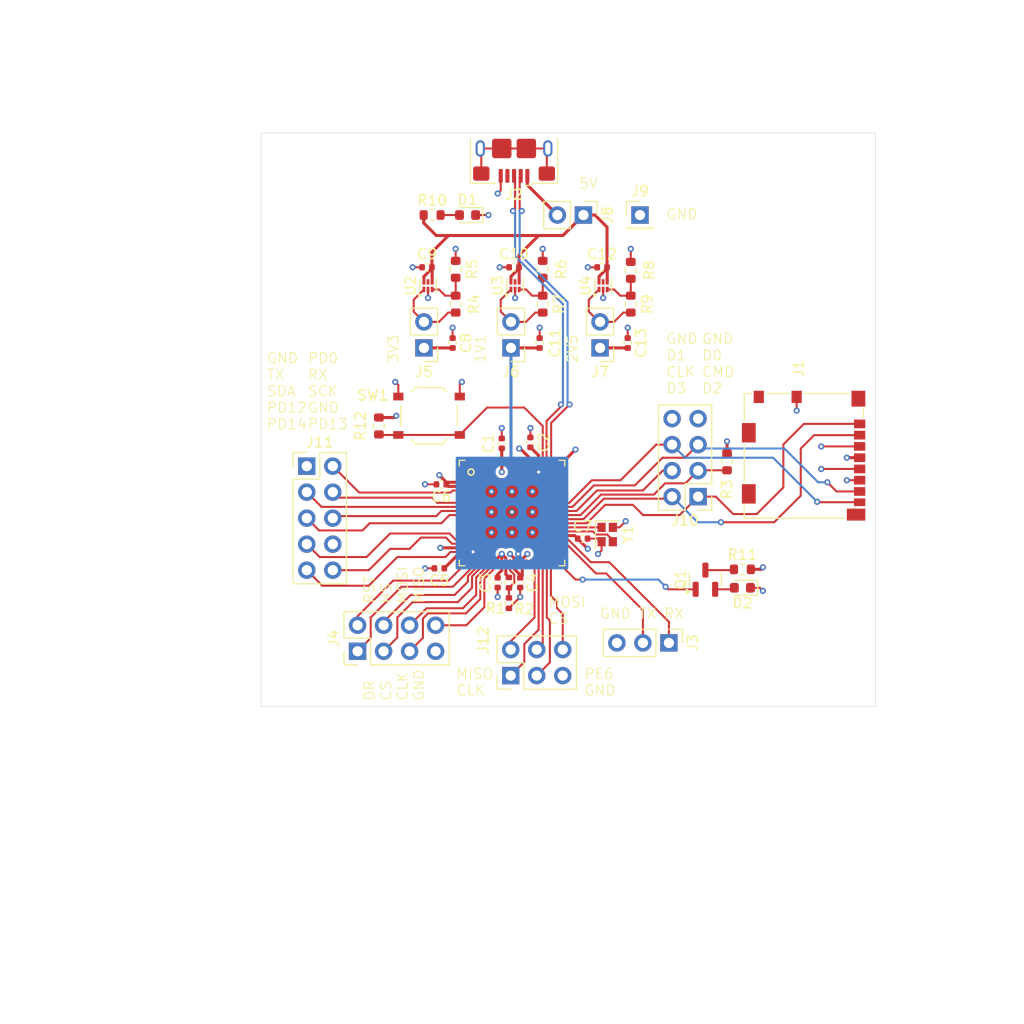
<source format=kicad_pcb>
(kicad_pcb (version 20240108) (generator "pcbnew") (generator_version "8.0")
  (layers (0 "F.Cu" signal) (1 "In1.Cu" signal) (2 "In2.Cu" signal) (31 "B.Cu" signal) (34 "B.Paste" user) (35 "F.Paste" user) (36 "B.SilkS" user "B.Silkscreen") (37 "F.SilkS" user "F.Silkscreen") (38 "B.Mask" user) (39 "F.Mask" user) (44 "Edge.Cuts" user))
  (net 0 "")
  (net 1 "GND")
  (net 2 "+2V5")
  (net 3 "+1V1")
  (net 4 "+3V3")
  (net 5 "Net-(J5-Pin_2)")
  (net 6 "+5V")
  (net 7 "Net-(J6-Pin_2)")
  (net 8 "Net-(J7-Pin_2)")
  (net 9 "Net-(D1-A)")
  (net 10 "Net-(D2-A)")
  (net 11 "/SDC0_CLK")
  (net 12 "/SDC0_CMD")
  (net 13 "/SDC0_D3")
  (net 14 "/SDC0_D1")
  (net 15 "/SDC0_D0")
  (net 16 "/SDC0_D2")
  (net 17 "/D-")
  (net 18 "/D+")
  (net 19 "Net-(J2-VBUS)")
  (net 21 "/UART0_TX")
  (net 22 "/UART0_RX")
  (net 23 "/ESP_DR")
  (net 24 "/SPI0_CLK")
  (net 25 "/SPI0_CS")
  (net 26 "/SPI0_MISO")
  (net 27 "/ESP_HS")
  (net 28 "/SPI0_MOSI")
  (net 29 "/ESP_RST")
  (net 30 "/Heartbeat")
  (net 31 "Net-(Q1-D)")
  (net 32 "Net-(U1B-SVREF)")
  (net 33 "Net-(U2-ADJ)")
  (net 34 "Net-(U3-ADJ)")
  (net 35 "Net-(U4-ADJ)")
  (net 36 "/~{RST}")
  (net 37 "/UART1_TX")
  (net 38 "/I2C0_SDA")
  (net 39 "/DA_LRCK")
  (net 41 "/HOSCI")
  (net 42 "/DA_OUT")
  (net 43 "/PD14")
  (net 44 "/PD0")
  (net 46 "/SDC1_CMD")
  (net 49 "/I2C1_SDA")
  (net 50 "/I2C0_SCK")
  (net 51 "/I2C1_SCK")
  (net 54 "/PE2")
  (net 57 "/DA_MCLK")
  (net 58 "/UART1_CTS")
  (net 59 "/LRADC0")
  (net 60 "/SDC1_D0")
  (net 61 "/PC3")
  (net 62 "/PD13")
  (net 63 "/SPI1_CLK")
  (net 65 "/UART1_RX")
  (net 66 "/SPI1_MISO")
  (net 67 "/PD12")
  (net 72 "/SCD1_CLK")
  (net 73 "/PE4")
  (net 74 "/PE6")
  (net 76 "/PE3")
  (net 79 "/DA_IN")
  (net 80 "/DA_BCLK")
  (net 82 "/UART1_RTS")
  (net 83 "/SPI1_MOSI")
  (net 85 "/SPI1_CS")
  (net 86 "/HOSCO")
  (footprint "Capacitor_SMD:C_0402_1005Metric" (layer "F.Cu") (at 141.7 76.1 180)
    (property "Reference" "C9")
    (property "Value" "1uF")
  )
  (footprint "Resistor_SMD:R_0603_1608Metric" (layer "F.Cu") (at 144.5 76.3 90)
    (property "Reference" "R5")
    (property "Value" "1.8k")
  )
  (footprint "Capacitor_SMD:C_0402_1005Metric" (layer "F.Cu") (at 149 93.3 90)
    (property "Reference" "C1")
    (property "Value" "10uF")
  )
  (footprint "Connector_PinHeader_2.54mm:PinHeader_1x02_P2.54mm_Vertical" (layer "F.Cu") (at 141.4 83.975 180)
    (property "Reference" "J5")
    (property "Value" "Jumper")
  )
  (footprint "Crystal:Crystal_SMD_2016-4Pin_2.0x1.6mm" (layer "F.Cu") (at 159.3 102.2 -90)
    (property "Reference" "Y1")
    (property "Value" "XRCGB24M000F0G00R0")
  )
  (footprint "Capacitor_SMD:C_0402_1005Metric" (layer "F.Cu") (at 156.9 102.6)
    (property "Reference" "C7")
    (property "Value" "1uF")
  )
  (footprint "Capacitor_SMD:C_0402_1005Metric" (layer "F.Cu") (at 148.6 106.9 -90)
    (property "Reference" "C3")
    (property "Value" "10uF")
  )
  (footprint "Capacitor_SMD:C_0402_1005Metric" (layer "F.Cu") (at 150.8 106.9 -90)
    (property "Reference" "C4")
    (property "Value" "1uF")
  )
  (footprint "LED_SMD:LED_0603_1608Metric" (layer "F.Cu") (at 145.66 71 180)
    (property "Reference" "D1")
    (property "Value" "Yellow")
  )
  (footprint "Resistor_SMD:R_0603_1608Metric" (layer "F.Cu") (at 153 79.7 90)
    (property "Reference" "R7")
    (property "Value" "2.2k")
  )
  (footprint "Connector_USB:USB_Micro-B_Amphenol_10118193-0001LF_Horizontal" (layer "F.Cu") (at 150.2 64.5 180)
    (property "Reference" "J2")
    (property "Value" "USB_B_Micro")
  )
  (footprint "Capacitor_SMD:C_0402_1005Metric" (layer "F.Cu") (at 161.3 83.5 90)
    (property "Reference" "C13")
    (property "Value" "1uF")
  )
  (footprint "Connector_PinHeader_2.54mm:PinHeader_2x04_P2.54mm_Vertical" (layer "F.Cu") (at 168.175 98.5 180)
    (property "Reference" "J10")
    (property "Value" "Conn_01x07")
  )
  (footprint "Capacitor_SMD:C_0402_1005Metric" (layer "F.Cu") (at 151.8 93.2 90)
    (property "Reference" "C2")
    (property "Value" "1uF")
  )
  (footprint "Capacitor_SMD:C_0402_1005Metric" (layer "F.Cu") (at 144.2 83.5 90)
    (property "Reference" "C8")
    (property "Value" "1uF")
  )
  (footprint "Connector_PinHeader_2.54mm:PinHeader_1x02_P2.54mm_Vertical" (layer "F.Cu") (at 149.9 83.975 180)
    (property "Reference" "J6")
    (property "Value" "Jumper")
  )
  (footprint "Resistor_SMD:R_0603_1608Metric" (layer "F.Cu") (at 161.6 76.4 90)
    (property "Reference" "R8")
    (property "Value" "3.6k")
  )
  (footprint "Connector_PinHeader_2.54mm:PinHeader_2x05_P2.54mm_Vertical" (layer "F.Cu") (at 129.96 95.52)
    (property "Reference" "J11")
    (property "Value" "Conn_02x05_Odd_Even")
  )
  (footprint "Package_DFN_QFN:DFN-6_1.3x1.2mm_P0.4mm" (layer "F.Cu") (at 150.3 77.9 90)
    (property "Reference" "U3")
    (property "Value" "LDK130PU-R")
  )
  (footprint "Connector_PinHeader_2.54mm:PinHeader_2x03_P2.54mm_Vertical" (layer "F.Cu") (at 149.875 115.975 90)
    (property "Reference" "J12")
    (property "Value" "Conn_02x03_Odd_Even")
  )
  (footprint "Resistor_SMD:R_0603_1608Metric" (layer "F.Cu") (at 137 91.6 -90)
    (property "Reference" "R12")
    (property "Value" "10K")
  )
  (footprint "Connector_PinHeader_2.54mm:PinHeader_1x02_P2.54mm_Vertical" (layer "F.Cu") (at 156.975 71 -90)
    (property "Reference" "J8")
    (property "Value" "Jumper")
  )
  (footprint "Connector_PinHeader_2.54mm:PinHeader_2x04_P2.54mm_Vertical" (layer "F.Cu") (at 134.92 113.6 90)
    (property "Reference" "J4")
    (property "Value" "Conn_01x07")
  )
  (footprint "Connector_Card:microSD_HC_Molex_104031-0811" (layer "F.Cu") (at 178.5 94.5 -90)
    (property "Reference" "J1")
    (property "Value" "Micro_SD_Card")
  )
  (footprint "Connector_PinHeader_2.54mm:PinHeader_1x03_P2.54mm_Vertical" (layer "F.Cu") (at 165.325 112.785 -90)
    (property "Reference" "J3")
    (property "Value" "Conn_01x03")
  )
  (footprint "Resistor_SMD:R_0603_1608Metric" (layer "F.Cu") (at 142.2 71)
    (property "Reference" "R10")
    (property "Value" "510")
  )
  (footprint "Capacitor_SMD:C_0402_1005Metric" (layer "F.Cu") (at 158.8 76.1 180)
    (property "Reference" "C12")
    (property "Value" "1uF")
  )
  (footprint "Resistor_SMD:R_0603_1608Metric" (layer "F.Cu") (at 161.6 79.7 90)
    (property "Reference" "R9")
    (property "Value" "8.2k")
  )
  (footprint "Capacitor_SMD:C_0402_1005Metric" (layer "F.Cu") (at 150.2 76.1 180)
    (property "Reference" "C10")
    (property "Value" "1uF")
  )
  (footprint "Package_TO_SOT_SMD:SOT-23" (layer "F.Cu") (at 168.8875 106.6125 90)
    (property "Reference" "Q1")
    (property "Value" "2N7002")
  )
  (footprint "Resistor_SMD:R_0402_1005Metric" (layer "F.Cu") (at 149.7 108.9 -90)
    (property "Reference" "R2")
    (property "Value" "4.7k")
  )
  (footprint "Capacitor_SMD:C_0402_1005Metric" (layer "F.Cu") (at 143.1 97.3 180)
    (property "Reference" "C6")
    (property "Value" "10uF")
  )
  (footprint "Package_DFN_QFN:DFN-6_1.3x1.2mm_P0.4mm" (layer "F.Cu") (at 158.9 77.9 90)
    (property "Reference" "U4")
    (property "Value" "LDK130PU-R")
  )
  (footprint "f1c200s:QFN-88_EP_10x10_Pitch0.4mm" (layer "F.Cu") (at 150 100.1)
    (property "Reference" "U1" (hide yes))
    (property "Value" "F1C100s")
  )
  (footprint "Capacitor_SMD:C_0402_1005Metric" (layer "F.Cu") (at 152.7 83.5 90)
    (property "Reference" "C11")
    (property "Value" "1uF")
  )
  (footprint "Connector_PinHeader_2.54mm:PinHeader_1x02_P2.54mm_Vertical" (layer "F.Cu") (at 158.6 83.975 180)
    (property "Reference" "J7")
    (property "Value" "Jumper")
  )
  (footprint "Resistor_SMD:R_0603_1608Metric" (layer "F.Cu") (at 172.5 105.6)
    (property "Reference" "R11")
    (property "Value" "510")
  )
  (footprint "Resistor_SMD:R_0402_1005Metric" (layer "F.Cu") (at 149.7 106.9 -90)
    (property "Reference" "R1")
    (property "Value" "4.7k")
  )
  (footprint "Resistor_SMD:R_0603_1608Metric" (layer "F.Cu") (at 144.5 79.7 90)
    (property "Reference" "R4")
    (property "Value" "5.6k")
  )
  (footprint "Package_DFN_QFN:DFN-6_1.3x1.2mm_P0.4mm" (layer "F.Cu") (at 141.8 77.9 90)
    (property "Reference" "U2")
    (property "Value" "LDK130PU-R")
  )
  (footprint "Capacitor_SMD:C_0402_1005Metric" (layer "F.Cu") (at 142.9 105.5 180)
    (property "Reference" "C5")
    (property "Value" "10uF")
  )
  (footprint "Resistor_SMD:R_0603_1608Metric" (layer "F.Cu") (at 153 76.3 90)
    (property "Reference" "R6")
    (property "Value" "5.6k")
  )
  (footprint "Connector_PinHeader_2.54mm:PinHeader_1x01_P2.54mm_Vertical" (layer "F.Cu") (at 162.5 71)
    (property "Reference" "J9")
    (property "Value" "Conn_01x01")
  )
  (footprint "LED_SMD:LED_0603_1608Metric" (layer "F.Cu") (at 172.5 107.4 180)
    (property "Reference" "D2")
    (property "Value" "Yellow")
  )
  (footprint "Resistor_SMD:R_0603_1608Metric" (layer "F.Cu") (at 171 95.1 -90)
    (property "Reference" "R3")
    (property "Value" "10K")
  )
  (footprint "Button_Switch_SMD:SW_Push_1P1T_XKB_TS-1187A" (layer "F.Cu") (at 141.9 90.6)
    (property "Reference" "SW1")
    (property "Value" "SW_Push")
  )
  (gr_rect (start 125.5 63) (end 185.5 119) (stroke (width 0.05)) (fill none) (layer "Edge.Cuts"))
  (gr_text "5V" (at 156.5 68.5 0) (layer "F.SilkS") (effects (font (size 1 1) (thickness 0.1)) (justify left bottom)))
  (gr_text "PD0\nRX\nSCK\nGND\nPD13" (at 130 92 0) (layer "F.SilkS") (effects (font (size 1 1) (thickness 0.1)) (justify left bottom)))
  (gr_text "3V3" (at 139 85.5 90) (layer "F.SilkS") (effects (font (size 1 1) (thickness 0.1)) (justify left bottom)))
  (gr_text "GND\nD1\nCLK\nD3" (at 165 88.5 0) (layer "F.SilkS") (effects (font (size 1 1) (thickness 0.1)) (justify left bottom)))
  (gr_text "GND TX RX" (at 158.5 110.5 0) (layer "F.SilkS") (effects (font (size 1 1) (thickness 0.1)) (justify left bottom)))
  (gr_text "GND" (at 165 71.5 0) (layer "F.SilkS") (effects (font (size 1 1) (thickness 0.1)) (justify left bottom)))
  (gr_text "1V1" (at 147.5 85.5 90) (layer "F.SilkS") (effects (font (size 1 1) (thickness 0.1)) (justify left bottom)))
  (gr_text "MISO\nCLK" (at 144.5 118 0) (layer "F.SilkS") (effects (font (size 1 1) (thickness 0.1)) (justify left bottom)))
  (gr_text "RST\nHS\nMOSI\nMISO" (at 141.5 109 90) (layer "F.SilkS") (effects (font (size 1 1) (thickness 0.1)) (justify left bottom)))
  (gr_text "GND\nTX\nSDA\nPD12\nPD14" (at 126 92 0) (layer "F.SilkS") (effects (font (size 1 1) (thickness 0.1)) (justify left bottom)))
  (gr_text "2V5" (at 156.5 85.5 90) (layer "F.SilkS") (effects (font (size 1 1) (thickness 0.1)) (justify left bottom)))
  (gr_text "MOSI\nCS" (at 153.5 111 0) (layer "F.SilkS") (effects (font (size 1 1) (thickness 0.1)) (justify left bottom)))
  (gr_text "DR\nCS\nCLK\nGND" (at 141.5 118.5 90) (layer "F.SilkS") (effects (font (size 1 1) (thickness 0.1)) (justify left bottom)))
  (gr_text "PE6\nGND" (at 157 118 0) (layer "F.SilkS") (effects (font (size 1 1) (thickness 0.1)) (justify left bottom)))
  (gr_text "GND\nD0\nCMD\nD2" (at 168.5 88.5 0) (layer "F.SilkS") (effects (font (size 1 1) (thickness 0.1)) (justify left bottom)))
  (segment (start 173.2875 107.4) (end 174.2 107.4) (width 0.2) (layer "F.Cu") (net 1))
  (segment (start 150.3 79.1) (end 150.3 78.268) (width 0.2) (layer "F.Cu") (net 1))
  (segment (start 149.72 76.1) (end 148.8 76.1) (width 0.2) (layer "F.Cu") (net 1))
  (segment (start 158.9 79.1) (end 158.9 78.268) (width 0.2) (layer "F.Cu") (net 1))
  (segment (start 148.2 95.2) (end 148.2 97.8) (width 0.2) (layer "F.Cu") (net 1))
  (segment (start 144.5 75.475) (end 144.5 74.3) (width 0.2) (layer "F.Cu") (net 1))
  (segment (start 150.1 100) (end 150 100) (width 0.2) (layer "F.Cu") (net 1))
  (segment (start 153.4 66.95) (end 153.4 64.6) (width 0.2) (layer "F.Cu") (net 1))
  (segment (start 151.8 91.8) (end 151.8 92.72) (width 0.2) (layer "F.Cu") (net 1))
  (segment (start 151.4 64.5) (end 153.5 64.5) (width 0.2) (layer "F.Cu") (net 1))
  (segment (start 144.9 88.725) (end 144.9 87.5) (width 0.2) (layer "F.Cu") (net 1))
  (segment (start 152.7 83.02) (end 152.7 82) (width 0.2) (layer "F.Cu") (net 1))
  (segment (start 148.6 107.38) (end 148.6 108.3) (width 0.2) (layer "F.Cu") (net 1))
  (segment (start 153 75.475) (end 153 74.3) (width 0.2) (layer "F.Cu") (net 1))
  (segment (start 153.4 64.6) (end 153.5 64.5) (width 0.2) (layer "F.Cu") (net 1))
  (segment (start 148.6 107.38) (end 148.6 107.4) (width 0.2) (layer "F.Cu") (net 1))
  (segment (start 174.2 107.4) (end 174.5 107.7) (width 0.2) (layer "F.Cu") (net 1))
  (segment (start 149 91.8) (end 149 92.82) (width 0.2) (layer "F.Cu") (net 1))
  (segment (start 158.45 102.6) (end 158.75 102.9) (width 0.2) (layer "F.Cu") (net 1))
  (segment (start 148.2 98.3) (end 150 100.1) (width 0.2) (layer "F.Cu") (net 1))
  (segment (start 158.75 103.75) (end 158.4 104.1) (width 0.2) (layer "F.Cu") (net 1))
  (segment (start 147 64.6) (end 146.9 64.5) (width 0.2) (layer "F.Cu") (net 1))
  (segment (start 182.705 96.895) (end 182.7 96.9) (width 0.2) (layer "F.Cu") (net 1))
  (segment (start 141.5 97.3) (end 142.62 97.3) (width 0.2) (layer "F.Cu") (net 1))
  (segment (start 148 98) (end 148.2 98.2) (width 0.2) (layer "F.Cu") (net 1))
  (segment (start 144.9 87.5) (end 145.1 87.3) (width 0.2) (layer "F.Cu") (net 1))
  (segment (start 183.95 96.895) (end 182.705 96.895) (width 0.2) (layer "F.Cu") (net 1))
  (segment (start 141.22 76.1) (end 140.3 76.1) (width 0.2) (layer "F.Cu") (net 1))
  (segment (start 141.5 105.5) (end 142.42 105.5) (width 0.2) (layer "F.Cu") (net 1))
  (segment (start 149.7 109.41) (end 149.7 109.4) (width 0.2) (layer "F.Cu") (net 1))
  (segment (start 151.4 95.2) (end 151.4 98.7) (width 0.2) (layer "F.Cu") (net 1))
  (segment (start 138.9 87.6) (end 138.6 87.3) (width 0.2) (layer "F.Cu") (net 1))
  (segment (start 161.6 75.475) (end 161.6 74.3) (width 0.2) (layer "F.Cu") (net 1))
  (segment (start 158.32 76.1) (end 157.4 76.1) (width 0.2) (layer "F.Cu") (net 1))
  (segment (start 149 64.5) (end 146.9 64.5) (width 0.2) (layer "F.Cu") (net 1))
  (segment (start 141.8 79.1) (end 141.8 78.268) (width 0.2) (layer "F.Cu") (net 1))
  (segment (start 148.9 67.175) (end 148.9 68.6) (width 0.2) (layer "F.Cu") (net 1))
  (segment (start 148.2 98.2) (end 148.2 98.3) (width 0.2) (layer "F.Cu") (net 1))
  (segment (start 147 66.95) (end 147 64.6) (width 0.2) (layer "F.Cu") (net 1))
  (segment (start 148.2 97.8) (end 148 98) (width 0.2) (layer "F.Cu") (net 1))
  (segment (start 157.38 102.6) (end 158.45 102.6) (width 0.2) (layer "F.Cu") (net 1))
  (segment (start 161.3 83.02) (end 161.3 82) (width 0.2) (layer "F.Cu") (net 1))
  (segment (start 158.75 102.9) (end 158.75 103.75) (width 0.2) (layer "F.Cu") (net 1))
  (segment (start 138.9 88.725) (end 138.9 87.6) (width 0.2) (layer "F.Cu") (net 1))
  (segment (start 148.9 68.6) (end 148.6 68.9) (width 0.2) (layer "F.Cu") (net 1))
  (segment (start 150 100.1) (end 150 100.1) (width 0.2) (layer "F.Cu") (net 1))
  (segment (start 150.8 107.38) (end 150.8 108.3) (width 0.2) (layer "F.Cu") (net 1))
  (segment (start 159.85 101.5) (end 160.5 101.5) (width 0.2) (layer "F.Cu") (net 1))
  (segment (start 150 100) (end 150 100.1) (width 0.2) (layer "F.Cu") (net 1))
  (segment (start 177.8 88.76) (end 177.8 90.1) (width 0.2) (layer "F.Cu") (net 1))
  (segment (start 149.7 109.4) (end 150.8 108.3) (width 0.2) (layer "F.Cu") (net 1))
  (segment (start 144.2 83.02) (end 144.2 82) (width 0.2) (layer "F.Cu") (net 1))
  (segment (start 151.4 98.7) (end 150.1 100) (width 0.2) (layer "F.Cu") (net 1))
  (segment (start 146.4475 71) (end 147.7 71) (width 0.2) (layer "F.Cu") (net 1))
  (segment (start 151.4 64.5) (end 149 64.5) (width 0.2) (layer "F.Cu") (net 1))
  (segment (start 160.5 101.5) (end 161.1 100.9) (width 0.2) (layer "F.Cu") (net 1))
  (via (at 144.5 74.3) (size 0.6) (drill 0.3) (layers "F.Cu" "B.Cu") (net 1))
  (via (at 152 98) (size 0.6) (drill 0.3) (layers "F.Cu" "B.Cu") (net 1))
  (via (at 148.6 108.3) (size 0.6) (drill 0.3) (layers "F.Cu" "B.Cu") (net 1))
  (via (at 157.4 76.1) (size 0.6) (drill 0.3) (layers "F.Cu" "B.Cu") (net 1))
  (via (at 150 98) (size 0.6) (drill 0.3) (layers "F.Cu" "B.Cu") (net 1))
  (via (at 140.3 76.1) (size 0.6) (drill 0.3) (layers "F.Cu" "B.Cu") (net 1))
  (via (at 150 100) (size 0.6) (drill 0.3) (layers "F.Cu" "B.Cu") (net 1))
  (via (at 151.8 91.8) (size 0.6) (drill 0.3) (layers "F.Cu" "B.Cu") (net 1))
  (via (at 152 102) (size 0.6) (drill 0.3) (layers "F.Cu" "B.Cu") (net 1))
  (via (at 150.8 108.3) (size 0.6) (drill 0.3) (layers "F.Cu" "B.Cu") (net 1))
  (via (at 152.7 82) (size 0.6) (drill 0.3) (layers "F.Cu" "B.Cu") (net 1))
  (via (at 150.3 79.1) (size 0.6) (drill 0.3) (layers "F.Cu" "B.Cu") (net 1))
  (via (at 152 100) (size 0.6) (drill 0.3) (layers "F.Cu" "B.Cu") (net 1))
  (via (at 149 91.8) (size 0.6) (drill 0.3) (layers "F.Cu" "B.Cu") (net 1))
  (via (at 148 102) (size 0.6) (drill 0.3) (layers "F.Cu" "B.Cu") (net 1))
  (via (at 148.8 76.1) (size 0.6) (drill 0.3) (layers "F.Cu" "B.Cu") (net 1))
  (via (at 158.9 79.1) (size 0.6) (drill 0.3) (layers "F.Cu" "B.Cu") (net 1))
  (via (at 161.3 82) (size 0.6) (drill 0.3) (layers "F.Cu" "B.Cu") (net 1))
  (via (at 177.8 90.1) (size 0.6) (drill 0.3) (layers "F.Cu" "B.Cu") (net 1))
  (via (at 148 100) (size 0.6) (drill 0.3) (layers "F.Cu" "B.Cu") (net 1))
  (via (at 138.6 87.3) (size 0.6) (drill 0.3) (layers "F.Cu" "B.Cu") (net 1))
  (via (at 147.7 71) (size 0.6) (drill 0.3) (layers "F.Cu" "B.Cu") (net 1))
  (via (at 174.5 107.7) (size 0.6) (drill 0.3) (layers "F.Cu" "B.Cu") (net 1))
  (via (at 145.1 87.3) (size 0.6) (drill 0.3) (layers "F.Cu" "B.Cu") (net 1))
  (via (at 182.7 96.9) (size 0.6) (drill 0.3) (layers "F.Cu" "B.Cu") (net 1))
  (via (at 158.4 104.1) (size 0.6) (drill 0.3) (layers "F.Cu" "B.Cu") (net 1))
  (via (at 144.2 82) (size 0.6) (drill 0.3) (layers "F.Cu" "B.Cu") (net 1))
  (via (at 141.5 105.5) (size 0.6) (drill 0.3) (layers "F.Cu" "B.Cu") (net 1))
  (via (at 148.6 68.9) (size 0.6) (drill 0.3) (layers "F.Cu" "B.Cu") (net 1))
  (via (at 161.6 74.3) (size 0.6) (drill 0.3) (layers "F.Cu" "B.Cu") (net 1))
  (via (at 153 74.3) (size 0.6) (drill 0.3) (layers "F.Cu" "B.Cu") (net 1))
  (via (at 148 98) (size 0.6) (drill 0.3) (layers "F.Cu" "B.Cu") (net 1))
  (via (at 161.1 100.9) (size 0.6) (drill 0.3) (layers "F.Cu" "B.Cu") (net 1))
  (via (at 141.5 97.3) (size 0.6) (drill 0.3) (layers "F.Cu" "B.Cu") (net 1))
  (via (at 150 102) (size 0.6) (drill 0.3) (layers "F.Cu" "B.Cu") (net 1))
  (via (at 141.8 79.1) (size 0.6) (drill 0.3) (layers "F.Cu" "B.Cu") (net 1))
  (segment (start 148.6 106.42) (end 148.6 106.1) (width 0.3) (layer "F.Cu") (net 2))
  (segment (start 150.2 104.5) (end 149.8 104.1) (width 0.3) (layer "F.Cu") (net 2))
  (segment (start 151 105) (end 151 104.6) (width 0.3) (layer "F.Cu") (net 2))
  (segment (start 149 95.2) (end 149 96.1) (width 0.3) (layer "F.Cu") (net 2))
  (segment (start 151 105) (end 151 106.22) (width 0.3) (layer "F.Cu") (net 2))
  (segment (start 150.2 105.540001) (end 150.8 106.140001) (width 0.3) (layer "F.Cu") (net 2))
  (segment (start 149.4 105) (end 149.4 104.5) (width 0.3) (layer "F.Cu") (net 2))
  (segment (start 149.7 106.39) (end 149.4 106.09) (width 0.3) (layer "F.Cu") (net 2))
  (segment (start 149 105) (end 149 104.1) (width 0.3) (layer "F.Cu") (net 2))
  (segment (start 149 105.7) (end 149 105) (width 0.3) (layer "F.Cu") (net 2))
  (segment (start 150.2 105) (end 150.2 105.540001) (width 0.3) (layer "F.Cu") (net 2))
  (segment (start 150.8 106.140001) (end 150.8 106.42) (width 0.3) (layer "F.Cu") (net 2))
  (segment (start 151 106.22) (end 150.8 106.42) (width 0.3) (layer "F.Cu") (net 2))
  (segment (start 150.2 105) (end 150.2 104.5) (width 0.3) (layer "F.Cu") (net 2))
  (segment (start 149.4 106.09) (end 149.4 105) (width 0.3) (layer "F.Cu") (net 2))
  (segment (start 161.295 83.975) (end 161.3 83.98) (width 0.3) (layer "F.Cu") (net 2))
  (segment (start 148.6 106.1) (end 149 105.7) (width 0.3) (layer "F.Cu") (net 2))
  (segment (start 151 104.6) (end 151.5 104.1) (width 0.3) (layer "F.Cu") (net 2))
  (segment (start 158.5 83.975) (end 161.295 83.975) (width 0.3) (layer "F.Cu") (net 2))
  (segment (start 149.4 104.5) (end 149 104.1) (width 0.3) (layer "F.Cu") (net 2))
  (segment (start 148.6 104.5) (end 149 104.1) (width 0.3) (layer "F.Cu") (net 2))
  (segment (start 149 95.2) (end 149 93.78) (width 0.3) (layer "F.Cu") (net 2))
  (segment (start 148.6 105) (end 148.6 104.5) (width 0.3) (layer "F.Cu") (net 2))
  (via (at 149.8 104.1) (size 0.6) (drill 0.3) (layers "F.Cu" "B.Cu") (net 2))
  (via (at 149 96.1) (size 0.6) (drill 0.3) (layers "F.Cu" "B.Cu") (net 2))
  (via (at 149 104.1) (size 0.6) (drill 0.3) (layers "F.Cu" "B.Cu") (net 2))
  (via (at 151.5 104.1) (size 0.6) (drill 0.3) (layers "F.Cu" "B.Cu") (net 2))
  (segment (start 145.1 104.3) (end 145.8 104.3) (width 0.3) (layer "F.Cu") (net 3))
  (segment (start 150.6 105) (end 150.6 104.1) (width 0.3) (layer "F.Cu") (net 3))
  (segment (start 152.6 95.2) (end 152.6 96.1) (width 0.3) (layer "F.Cu") (net 3))
  (segment (start 149.9 83.975) (end 152.695 83.975) (width 0.3) (layer "F.Cu") (net 3))
  (segment (start 145.8 104.3) (end 146.2 103.9) (width 0.3) (layer "F.Cu") (net 3))
  (segment (start 145.1 104.3) (end 144.58 104.3) (width 0.3) (layer "F.Cu") (net 3))
  (segment (start 152.6 95.2) (end 152.6 94.48) (width 0.3) (layer "F.Cu") (net 3))
  (segment (start 144.58 104.3) (end 143.38 105.5) (width 0.3) (layer "F.Cu") (net 3))
  (segment (start 152.695 83.975) (end 152.7 83.98) (width 0.3) (layer "F.Cu") (net 3))
  (segment (start 152.6 94.48) (end 151.8 93.68) (width 0.3) (layer "F.Cu") (net 3))
  (via (at 146.2 103.9) (size 0.6) (drill 0.3) (layers "F.Cu" "B.Cu") (net 3))
  (via (at 152.6 96.1) (size 0.6) (drill 0.3) (layers "F.Cu" "B.Cu") (net 3))
  (via (at 150.6 104.1) (size 0.6) (drill 0.3) (layers "F.Cu" "B.Cu") (net 3))
  (segment (start 149.9 94.8) (end 150.4 95.3) (width 0.3) (layer "B.Cu") (net 3))
  (segment (start 149.9 83.975) (end 149.9 94.8) (width 0.3) (layer "B.Cu") (net 3))
  (segment (start 173.325 105.6) (end 174.3 105.6) (width 0.3) (layer "F.Cu") (net 4))
  (segment (start 156.12 102.3) (end 156.42 102.6) (width 0.3) (layer "F.Cu") (net 4))
  (segment (start 150.794975 93.8) (end 151.8 94.805025) (width 0.3) (layer "F.Cu") (net 4))
  (segment (start 141.4 83.975) (end 144.195 83.975) (width 0.3) (layer "F.Cu") (net 4))
  (segment (start 138.525 90.775) (end 138.7 90.6) (width 0.3) (layer "F.Cu") (net 4))
  (segment (start 143.58 97.3) (end 143.58 97.08) (width 0.3) (layer "F.Cu") (net 4))
  (segment (start 154.2 95.2) (end 154.9 95.2) (width 0.3) (layer "F.Cu") (net 4))
  (segment (start 156.42 102.6) (end 156.42 102.62) (width 0.3) (layer "F.Cu") (net 4))
  (segment (start 151.8 94.805025) (end 151.8 95.2) (width 0.3) (layer "F.Cu") (net 4))
  (segment (start 171 94.275) (end 171 93.1) (width 0.3) (layer "F.Cu") (net 4))
  (segment (start 144.195 83.975) (end 144.2 83.98) (width 0.3) (layer "F.Cu") (net 4))
  (segment (start 143.58 97.08) (end 142.9 96.4) (width 0.3) (layer "F.Cu") (net 4))
  (segment (start 174.3 105.6) (end 174.5 105.4) (width 0.3) (layer "F.Cu") (net 4))
  (segment (start 183.95 94.695) (end 182.705 94.695) (width 0.3) (layer "F.Cu") (net 4))
  (segment (start 145.1 97.1) (end 143.78 97.1) (width 0.3) (layer "F.Cu") (net 4))
  (segment (start 156.42 102.62) (end 157.4 103.6) (width 0.3) (layer "F.Cu") (net 4))
  (segment (start 143.78 97.5) (end 143.58 97.3) (width 0.3) (layer "F.Cu") (net 4))
  (segment (start 143.78 97.1) (end 143.58 97.3) (width 0.3) (layer "F.Cu") (net 4))
  (segment (start 137 90.775) (end 138.525 90.775) (width 0.3) (layer "F.Cu") (net 4))
  (segment (start 143 103.5) (end 145.1 103.5) (width 0.3) (layer "F.Cu") (net 4))
  (segment (start 154.9 95.2) (end 156.2 93.9) (width 0.3) (layer "F.Cu") (net 4))
  (segment (start 182.705 94.695) (end 182.7 94.7) (width 0.3) (layer "F.Cu") (net 4))
  (segment (start 150.7 93.8) (end 150.794975 93.8) (width 0.3) (layer "F.Cu") (net 4))
  (segment (start 145.1 97.5) (end 143.78 97.5) (width 0.3) (layer "F.Cu") (net 4))
  (segment (start 154.9 102.3) (end 156.12 102.3) (width 0.3) (layer "F.Cu") (net 4))
  (via (at 171 93.1) (size 0.6) (drill 0.3) (layers "F.Cu" "B.Cu") (net 4))
  (via (at 150.7 93.8) (size 0.6) (drill 0.3) (layers "F.Cu" "B.Cu") (net 4))
  (via (at 157.4 103.6) (size 0.6) (drill 0.3) (layers "F.Cu" "B.Cu") (net 4))
  (via (at 182.7 94.7) (size 0.6) (drill 0.3) (layers "F.Cu" "B.Cu") (net 4))
  (via (at 138.7 90.6) (size 0.6) (drill 0.3) (layers "F.Cu" "B.Cu") (net 4))
  (via (at 174.5 105.4) (size 0.6) (drill 0.3) (layers "F.Cu" "B.Cu") (net 4))
  (via (at 156.2 93.9) (size 0.6) (drill 0.3) (layers "F.Cu" "B.Cu") (net 4))
  (via (at 142.9 96.4) (size 0.6) (drill 0.3) (layers "F.Cu" "B.Cu") (net 4))
  (via (at 143 103.5) (size 0.6) (drill 0.3) (layers "F.Cu" "B.Cu") (net 4))
  (segment (start 141.4 78.268) (end 140.4 79.268) (width 0.2) (layer "F.Cu") (net 5))
  (segment (start 141.4 81.435) (end 142.865 81.435) (width 0.2) (layer "F.Cu") (net 5))
  (segment (start 140.4 79.268) (end 140.4 80.435) (width 0.2) (layer "F.Cu") (net 5))
  (segment (start 143.775 80.525) (end 144.5 80.525) (width 0.2) (layer "F.Cu") (net 5))
  (segment (start 142.865 81.435) (end 143.775 80.525) (width 0.2) (layer "F.Cu") (net 5))
  (segment (start 140.4 80.435) (end 141.4 81.435) (width 0.2) (layer "F.Cu") (net 5))
  (segment (start 149.9 77) (end 150.68 76.22) (width 0.3) (layer "F.Cu") (net 6))
  (segment (start 158.1 71) (end 159.28 72.18) (width 0.3) (layer "F.Cu") (net 6))
  (segment (start 150.68 74.92) (end 150.68 76.1) (width 0.3) (layer "F.Cu") (net 6))
  (segment (start 141.4 77) (end 142.18 76.22) (width 0.3) (layer "F.Cu") (net 6))
  (segment (start 150.7 76.12) (end 150.68 76.1) (width 0.3) (layer "F.Cu") (net 6))
  (segment (start 159.28 76.22) (end 159.28 76.1) (width 0.3) (layer "F.Cu") (net 6))
  (segment (start 150.7 77.532) (end 150.7 76.12) (width 0.3) (layer "F.Cu") (net 6))
  (segment (start 142.2 76.12) (end 142.18 76.1) (width 0.3) (layer "F.Cu") (net 6))
  (segment (start 142.2 77.532) (end 142.2 76.12) (width 0.3) (layer "F.Cu") (net 6))
  (segment (start 156.975 71) (end 158.1 71) (width 0.3) (layer "F.Cu") (net 6))
  (segment (start 158.5 77) (end 159.28 76.22) (width 0.3) (layer "F.Cu") (net 6))
  (segment (start 154.975 73) (end 152.8 73) (width 0.3) (layer "F.Cu") (net 6))
  (segment (start 143.8 73) (end 152.8 73) (width 0.3) (layer "F.Cu") (net 6))
  (segment (start 142.18 76.1) (end 142.18 74.62) (width 0.3) (layer "F.Cu") (net 6))
  (segment (start 149.9 77.532) (end 149.9 77) (width 0.3) (layer "F.Cu") (net 6))
  (segment (start 159.28 72.18) (end 159.28 76.1) (width 0.3) (layer "F.Cu") (net 6))
  (segment (start 142.18 74.62) (end 143.8 73) (width 0.3) (layer "F.Cu") (net 6))
  (segment (start 143.8 73) (end 142.6 73) (width 0.3) (layer "F.Cu") (net 6))
  (segment (start 150.68 76.22) (end 150.68 76.1) (width 0.3) (layer "F.Cu") (net 6))
  (segment (start 141.375 71.775) (end 141.375 71) (width 0.3) (layer "F.Cu") (net 6))
  (segment (start 152.6 73) (end 150.68 74.92) (width 0.3) (layer "F.Cu") (net 6))
  (segment (start 142.18 76.22) (end 142.18 76.1) (width 0.3) (layer "F.Cu") (net 6))
  (segment (start 158.5 77.532) (end 158.5 77) (width 0.3) (layer "F.Cu") (net 6))
  (segment (start 159.3 77.532) (end 159.3 76.12) (width 0.3) (layer "F.Cu") (net 6))
  (segment (start 159.3 76.12) (end 159.28 76.1) (width 0.3) (layer "F.Cu") (net 6))
  (segment (start 152.8 73) (end 152.6 73) (width 0.3) (layer "F.Cu") (net 6))
  (segment (start 156.975 71) (end 154.975 73) (width 0.3) (layer "F.Cu") (net 6))
  (segment (start 142.6 73) (end 141.375 71.775) (width 0.3) (layer "F.Cu") (net 6))
  (segment (start 141.4 77.532) (end 141.4 77) (width 0.3) (layer "F.Cu") (net 6))
  (segment (start 149.9 78.268) (end 148.9 79.268) (width 0.2) (layer "F.Cu") (net 7))
  (segment (start 148.9 79.268) (end 148.9 80.435) (width 0.2) (layer "F.Cu") (net 7))
  (segment (start 152.275 80.525) (end 153 80.525) (width 0.2) (layer "F.Cu") (net 7))
  (segment (start 151.365 81.435) (end 152.275 80.525) (width 0.2) (layer "F.Cu") (net 7))
  (segment (start 148.9 80.435) (end 149.9 81.435) (width 0.2) (layer "F.Cu") (net 7))
  (segment (start 149.9 81.435) (end 151.365 81.435) (width 0.2) (layer "F.Cu") (net 7))
  (segment (start 160.875 80.525) (end 161.6 80.525) (width 0.2) (layer "F.Cu") (net 8))
  (segment (start 158.5 78.268) (end 157.5 79.268) (width 0.2) (layer "F.Cu") (net 8))
  (segment (start 158.5 81.435) (end 159.965 81.435) (width 0.2) (layer "F.Cu") (net 8))
  (segment (start 157.5 79.268) (end 157.5 80.435) (width 0.2) (layer "F.Cu") (net 8))
  (segment (start 157.5 80.435) (end 158.5 81.435) (width 0.2) (layer "F.Cu") (net 8))
  (segment (start 159.965 81.435) (end 160.875 80.525) (width 0.2) (layer "F.Cu") (net 8))
  (segment (start 143.025 71) (end 144.8725 71) (width 0.2) (layer "F.Cu") (net 9))
  (segment (start 171.5625 107.55) (end 171.7125 107.4) (width 0.2) (layer "F.Cu") (net 10))
  (segment (start 169.8375 107.55) (end 171.5625 107.55) (width 0.2) (layer "F.Cu") (net 10))
  (segment (start 162.775736 97.9) (end 164.715736 95.96) (width 0.2) (layer "F.Cu") (net 11))
  (segment (start 154.9 99.9) (end 156.3 99.9) (width 0.2) (layer "F.Cu") (net 11))
  (segment (start 180.2 95.8) (end 180.205 95.795) (width 0.2) (layer "F.Cu") (net 11))
  (segment (start 158.3 97.9) (end 162.775736 97.9) (width 0.2) (layer "F.Cu") (net 11))
  (segment (start 156.3 99.9) (end 158.3 97.9) (width 0.2) (layer "F.Cu") (net 11))
  (segment (start 164.715736 95.96) (end 165.635 95.96) (width 0.2) (layer "F.Cu") (net 11))
  (segment (start 180.205 95.795) (end 183.95 95.795) (width 0.2) (layer "F.Cu") (net 11))
  (via (at 180.2 95.8) (size 0.6) (drill 0.3) (layers "F.Cu" "B.Cu") (net 11))
  (segment (start 154.9 100.3) (end 156.7 100.3) (width 0.2) (layer "F.Cu") (net 12))
  (segment (start 168.36 95.96) (end 168.395 95.925) (width 0.2) (layer "F.Cu") (net 12))
  (segment (start 180.2 93.6) (end 180.6 93.6) (width 0.2) (layer "F.Cu") (net 12))
  (segment (start 180.6 93.6) (end 180.605 93.595) (width 0.2) (layer "F.Cu") (net 12))
  (segment (start 164.95 97.2) (end 166.935 97.2) (width 0.2) (layer "F.Cu") (net 12))
  (segment (start 163.85 98.3) (end 164.95 97.2) (width 0.2) (layer "F.Cu") (net 12))
  (segment (start 166.935 97.2) (end 168.175 95.96) (width 0.2) (layer "F.Cu") (net 12))
  (segment (start 180.605 93.595) (end 183.95 93.595) (width 0.2) (layer "F.Cu") (net 12))
  (segment (start 168.175 95.96) (end 168.36 95.96) (width 0.2) (layer "F.Cu") (net 12))
  (segment (start 158.7 98.3) (end 163.85 98.3) (width 0.2) (layer "F.Cu") (net 12))
  (segment (start 156.7 100.3) (end 158.7 98.3) (width 0.2) (layer "F.Cu") (net 12))
  (segment (start 168.395 95.925) (end 171 95.925) (width 0.2) (layer "F.Cu") (net 12))
  (via (at 180.2 93.6) (size 0.6) (drill 0.3) (layers "F.Cu" "B.Cu") (net 12))
  (segment (start 175.6 101) (end 178.2 98.4) (width 0.2) (layer "F.Cu") (net 13))
  (segment (start 170.4 101) (end 175.6 101) (width 0.2) (layer "F.Cu") (net 13))
  (segment (start 156.975736 100.7) (end 158.975736 98.7) (width 0.2) (layer "F.Cu") (net 13))
  (segment (start 154.9 100.7) (end 156.975736 100.7) (width 0.2) (layer "F.Cu") (net 13))
  (segment (start 158.975736 98.7) (end 165.435 98.7) (width 0.2) (layer "F.Cu") (net 13))
  (segment (start 179.505 92.495) (end 183.95 92.495) (width 0.2) (layer "F.Cu") (net 13))
  (segment (start 178.2 93.8) (end 179.505 92.495) (width 0.2) (layer "F.Cu") (net 13))
  (segment (start 178.2 98.4) (end 178.2 93.8) (width 0.2) (layer "F.Cu") (net 13))
  (segment (start 165.435 98.7) (end 165.635 98.5) (width 0.2) (layer "F.Cu") (net 13))
  (via (at 170.4 101) (size 0.6) (drill 0.3) (layers "F.Cu" "B.Cu") (net 13))
  (segment (start 165.635 98.5) (end 168.135 101) (width 0.2) (layer "B.Cu") (net 13))
  (segment (start 168.135 101) (end 170.4 101) (width 0.2) (layer "B.Cu") (net 13))
  (segment (start 155.6 99.1) (end 157.8 96.9) (width 0.2) (layer "F.Cu") (net 14))
  (segment (start 157.8 96.9) (end 160.6 96.9) (width 0.2) (layer "F.Cu") (net 14))
  (segment (start 154.9 99.1) (end 155.6 99.1) (width 0.2) (layer "F.Cu") (net 14))
  (segment (start 179.845 99.045) (end 183.95 99.045) (width 0.2) (layer "F.Cu") (net 14))
  (segment (start 179.8 99) (end 179.845 99.045) (width 0.2) (layer "F.Cu") (net 14))
  (segment (start 160.6 96.9) (end 164.08 93.42) (width 0.2) (layer "F.Cu") (net 14))
  (segment (start 164.08 93.42) (end 165.635 93.42) (width 0.2) (layer "F.Cu") (net 14))
  (via (at 179.8 99) (size 0.6) (drill 0.3) (layers "F.Cu" "B.Cu") (net 14))
  (segment (start 166.915 94.7) (end 175.5 94.7) (width 0.2) (layer "B.Cu") (net 14))
  (segment (start 165.635 93.42) (end 166.915 94.7) (width 0.2) (layer "B.Cu") (net 14))
  (segment (start 175.5 94.7) (end 179.8 99) (width 0.2) (layer "B.Cu") (net 14))
  (segment (start 155.9 99.5) (end 158 97.4) (width 0.2) (layer "F.Cu") (net 15))
  (segment (start 180.8 97.1) (end 181.695 97.995) (width 0.2) (layer "F.Cu") (net 15))
  (segment (start 181.695 97.995) (end 183.95 97.995) (width 0.2) (layer "F.Cu") (net 15))
  (segment (start 158 97.4) (end 162 97.4) (width 0.2) (layer "F.Cu") (net 15))
  (segment (start 164.7 94.7) (end 166.895 94.7) (width 0.2) (layer "F.Cu") (net 15))
  (segment (start 166.895 94.7) (end 168.175 93.42) (width 0.2) (layer "F.Cu") (net 15))
  (segment (start 162 97.4) (end 164.7 94.7) (width 0.2) (layer "F.Cu") (net 15))
  (segment (start 154.9 99.5) (end 155.9 99.5) (width 0.2) (layer "F.Cu") (net 15))
  (via (at 180.8 97.1) (size 0.6) (drill 0.3) (layers "F.Cu" "B.Cu") (net 15))
  (segment (start 168.555 93.8) (end 172.5 93.8) (width 0.2) (layer "B.Cu") (net 15))
  (segment (start 176.6 93.8) (end 177.5 94.7) (width 0.2) (layer "B.Cu") (net 15))
  (segment (start 177.5 94.7) (end 179.9 97.1) (width 0.2) (layer "B.Cu") (net 15))
  (segment (start 172.5 93.8) (end 176.6 93.8) (width 0.2) (layer "B.Cu") (net 15))
  (segment (start 168.175 93.42) (end 168.555 93.8) (width 0.2) (layer "B.Cu") (net 15))
  (segment (start 179.9 97.1) (end 180.8 97.1) (width 0.2) (layer "B.Cu") (net 15))
  (segment (start 171.6 100.2) (end 173.9 100.2) (width 0.2) (layer "F.Cu") (net 16))
  (segment (start 168.175 98.5) (end 169.9 98.5) (width 0.2) (layer "F.Cu") (net 16))
  (segment (start 169.9 98.5) (end 171.6 100.2) (width 0.2) (layer "F.Cu") (net 16))
  (segment (start 159.1 99.3) (end 161.8 99.3) (width 0.2) (layer "F.Cu") (net 16))
  (segment (start 162.8 100.3) (end 166.375 100.3) (width 0.2) (layer "F.Cu") (net 16))
  (segment (start 178.505 91.395) (end 183.95 91.395) (width 0.2) (layer "F.Cu") (net 16))
  (segment (start 176.5 97.6) (end 176.5 93.4) (width 0.2) (layer "F.Cu") (net 16))
  (segment (start 161.8 99.3) (end 162.8 100.3) (width 0.2) (layer "F.Cu") (net 16))
  (segment (start 173.9 100.2) (end 176.5 97.6) (width 0.2) (layer "F.Cu") (net 16))
  (segment (start 176.5 93.4) (end 178.505 91.395) (width 0.2) (layer "F.Cu") (net 16))
  (segment (start 154.9 101.1) (end 157.3 101.1) (width 0.2) (layer "F.Cu") (net 16))
  (segment (start 157.3 101.1) (end 159.1 99.3) (width 0.2) (layer "F.Cu") (net 16))
  (segment (start 166.375 100.3) (end 168.175 98.5) (width 0.2) (layer "F.Cu") (net 16))
  (segment (start 150.750001 70.400001) (end 150.95 70.6) (width 0.2) (layer "F.Cu") (net 17))
  (segment (start 150.85 67.175) (end 150.750001 67.274999) (width 0.2) (layer "F.Cu") (net 17))
  (segment (start 153.825001 91.299999) (end 153.825001 95.174999) (width 0.2) (layer "F.Cu") (net 17))
  (segment (start 150.750001 67.274999) (end 150.750001 70.400001) (width 0.2) (layer "F.Cu") (net 17))
  (segment (start 153.825001 95.174999) (end 153.8 95.2) (width 0.2) (layer "F.Cu") (net 17))
  (segment (start 155.625 89.5) (end 153.825001 91.299999) (width 0.2) (layer "F.Cu") (net 17))
  (via (at 150.95 70.6) (size 0.6) (drill 0.3) (layers "F.Cu" "B.Cu") (net 17))
  (via (at 155.625 89.5) (size 0.6) (drill 0.3) (layers "F.Cu" "B.Cu") (net 17))
  (segment (start 150.750001 74.831801) (end 155.425001 79.506801) (width 0.2) (layer "B.Cu") (net 17))
  (segment (start 150.750001 70.799999) (end 150.750001 74.831801) (width 0.2) (layer "B.Cu") (net 17))
  (segment (start 155.425001 89.300001) (end 155.625 89.5) (width 0.2) (layer "B.Cu") (net 17))
  (segment (start 155.425001 79.506801) (end 155.425001 89.300001) (width 0.2) (layer "B.Cu") (net 17))
  (segment (start 150.95 70.6) (end 150.750001 70.799999) (width 0.2) (layer "B.Cu") (net 17))
  (segment (start 154.775 89.5) (end 154.775 89.713603) (width 0.2) (layer "F.Cu") (net 18))
  (segment (start 150.299999 67.274999) (end 150.299999 70.400001) (width 0.2) (layer "F.Cu") (net 18))
  (segment (start 154.775 89.713603) (end 153.374999 91.113604) (width 0.2) (layer "F.Cu") (net 18))
  (segment (start 153.374999 91.113604) (end 153.374999 95.174999) (width 0.2) (layer "F.Cu") (net 18))
  (segment (start 153.374999 95.174999) (end 153.4 95.2) (width 0.2) (layer "F.Cu") (net 18))
  (segment (start 150.299999 70.400001) (end 150.1 70.6) (width 0.2) (layer "F.Cu") (net 18))
  (segment (start 150.2 67.175) (end 150.299999 67.274999) (width 0.2) (layer "F.Cu") (net 18))
  (via (at 154.775 89.5) (size 0.6) (drill 0.3) (layers "F.Cu" "B.Cu") (net 18))
  (via (at 150.1 70.6) (size 0.6) (drill 0.3) (layers "F.Cu" "B.Cu") (net 18))
  (segment (start 154.974999 89.300001) (end 154.775 89.5) (width 0.2) (layer "B.Cu") (net 18))
  (segment (start 150.299999 75.018199) (end 154.974999 79.693199) (width 0.2) (layer "B.Cu") (net 18))
  (segment (start 154.974999 79.693199) (end 154.974999 89.300001) (width 0.2) (layer "B.Cu") (net 18))
  (segment (start 150.299999 70.799999) (end 150.299999 75.018199) (width 0.2) (layer "B.Cu") (net 18))
  (segment (start 150.1 70.6) (end 150.299999 70.799999) (width 0.2) (layer "B.Cu") (net 18))
  (segment (start 151.5 67.175) (end 151.5 68.065) (width 0.3) (layer "F.Cu") (net 19))
  (segment (start 151.5 68.065) (end 154.435 71) (width 0.3) (layer "F.Cu") (net 19))
  (segment (start 159.2 106) (end 162.785 109.585) (width 0.2) (layer "F.Cu") (net 21))
  (segment (start 155.3 103.1) (end 158.2 106) (width 0.2) (layer "F.Cu") (net 21))
  (segment (start 158.2 106) (end 159.2 106) (width 0.2) (layer "F.Cu") (net 21))
  (segment (start 162.785 109.585) (end 162.785 112.785) (width 0.2) (layer "F.Cu") (net 21))
  (segment (start 154.9 103.1) (end 155.3 103.1) (width 0.2) (layer "F.Cu") (net 21))
  (segment (start 155.5 102.7) (end 157.7 104.9) (width 0.2) (layer "F.Cu") (net 22))
  (segment (start 154.9 102.7) (end 155.5 102.7) (width 0.2) (layer "F.Cu") (net 22))
  (segment (start 165.325 110.725) (end 165.325 112.785) (width 0.2) (layer "F.Cu") (net 22))
  (segment (start 159.5 104.9) (end 165.325 110.725) (width 0.2) (layer "F.Cu") (net 22))
  (segment (start 157.7 104.9) (end 159.5 104.9) (width 0.2) (layer "F.Cu") (net 22))
  (segment (start 139.2 107.3) (end 136.2 110.3) (width 0.2) (layer "F.Cu") (net 23))
  (segment (start 136.2 112.32) (end 134.92 113.6) (width 0.2) (layer "F.Cu") (net 23))
  (segment (start 146.2 105) (end 146.2 105.324264) (width 0.2) (layer "F.Cu") (net 23))
  (segment (start 146.2 105.324264) (end 144.224264 107.3) (width 0.2) (layer "F.Cu") (net 23))
  (segment (start 144.224264 107.3) (end 139.2 107.3) (width 0.2) (layer "F.Cu") (net 23))
  (segment (start 136.2 110.3) (end 136.2 112.32) (width 0.2) (layer "F.Cu") (net 23))
  (segment (start 141.3 110.4) (end 141.3 112.3) (width 0.2) (layer "F.Cu") (net 24))
  (segment (start 146.9 108.5) (end 145.5 109.9) (width 0.2) (layer "F.Cu") (net 24))
  (segment (start 147.8 105) (end 147.8 105.524264) (width 0.2) (layer "F.Cu") (net 24))
  (segment (start 145.5 109.9) (end 141.8 109.9) (width 0.2) (layer "F.Cu") (net 24))
  (segment (start 147.8 105.524264) (end 146.9 106.424264) (width 0.2) (layer "F.Cu") (net 24))
  (segment (start 146.9 106.424264) (end 146.9 108.5) (width 0.2) (layer "F.Cu") (net 24))
  (segment (start 141.8 109.9) (end 141.3 110.4) (width 0.2) (layer "F.Cu") (net 24))
  (segment (start 141.3 112.3) (end 140 113.6) (width 0.2) (layer "F.Cu") (net 24))
  (segment (start 138.8 112.26) (end 137.46 113.6) (width 0.2) (layer "F.Cu") (net 25))
  (segment (start 147 105.372792) (end 146.1 106.272792) (width 0.2) (layer "F.Cu") (net 25))
  (segment (start 138.8 110.3) (end 138.8 112.26) (width 0.2) (layer "F.Cu") (net 25))
  (segment (start 147 105) (end 147 105.372792) (width 0.2) (layer "F.Cu") (net 25))
  (segment (start 146.1 107.4) (end 144.7 108.8) (width 0.2) (layer "F.Cu") (net 25))
  (segment (start 140.3 108.8) (end 138.8 110.3) (width 0.2) (layer "F.Cu") (net 25))
  (segment (start 146.1 106.272792) (end 146.1 107.4) (width 0.2) (layer "F.Cu") (net 25))
  (segment (start 144.7 108.8) (end 140.3 108.8) (width 0.2) (layer "F.Cu") (net 25))
  (segment (start 147.3 109.3) (end 145.54 111.06) (width 0.2) (layer "F.Cu") (net 26))
  (segment (start 148.2 105.6) (end 147.3 106.5) (width 0.2) (layer "F.Cu") (net 26))
  (segment (start 145.54 111.06) (end 142.54 111.06) (width 0.2) (layer "F.Cu") (net 26))
  (segment (start 148.2 105) (end 148.2 105.6) (width 0.2) (layer "F.Cu") (net 26))
  (segment (start 147.3 106.5) (end 147.3 109.3) (width 0.2) (layer "F.Cu") (net 26))
  (segment (start 146.6 105.348528) (end 145.7 106.248528) (width 0.2) (layer "F.Cu") (net 27))
  (segment (start 140.1 108.1) (end 137.46 110.74) (width 0.2) (layer "F.Cu") (net 27))
  (segment (start 137.46 110.74) (end 137.46 111.06) (width 0.2) (layer "F.Cu") (net 27))
  (segment (start 144.4 108.1) (end 140.1 108.1) (width 0.2) (layer "F.Cu") (net 27))
  (segment (start 146.6 105) (end 146.6 105.348528) (width 0.2) (layer "F.Cu") (net 27))
  (segment (start 145.7 106.248528) (end 145.7 106.8) (width 0.2) (layer "F.Cu") (net 27))
  (segment (start 145.7 106.8) (end 144.4 108.1) (width 0.2) (layer "F.Cu") (net 27))
  (segment (start 141.66 109.4) (end 140 111.06) (width 0.2) (layer "F.Cu") (net 28))
  (segment (start 147.4 105) (end 147.4 105.5) (width 0.2) (layer "F.Cu") (net 28))
  (segment (start 146.5 106.4) (end 146.5 108.1) (width 0.2) (layer "F.Cu") (net 28))
  (segment (start 145.2 109.4) (end 141.66 109.4) (width 0.2) (layer "F.Cu") (net 28))
  (segment (start 146.5 108.1) (end 145.2 109.4) (width 0.2) (layer "F.Cu") (net 28))
  (segment (start 147.4 105.5) (end 146.5 106.4) (width 0.2) (layer "F.Cu") (net 28))
  (segment (start 143.8 106.7) (end 138.4 106.7) (width 0.2) (layer "F.Cu") (net 29))
  (segment (start 145.5 105) (end 143.8 106.7) (width 0.2) (layer "F.Cu") (net 29))
  (segment (start 134.92 110.18) (end 134.92 111.06) (width 0.2) (layer "F.Cu") (net 29))
  (segment (start 145.8 105) (end 145.5 105) (width 0.2) (layer "F.Cu") (net 29))
  (segment (start 138.4 106.7) (end 134.92 110.18) (width 0.2) (layer "F.Cu") (net 29))
  (segment (start 154.2 105) (end 154.6 105) (width 0.2) (layer "F.Cu") (net 30))
  (segment (start 165 107.3) (end 165.25 107.55) (width 0.2) (layer "F.Cu") (net 30))
  (segment (start 155.5 105.9) (end 156.2 106.6) (width 0.2) (layer "F.Cu") (net 30))
  (segment (start 165.25 107.55) (end 167.9375 107.55) (width 0.2) (layer "F.Cu") (net 30))
  (segment (start 154.6 105) (end 155.5 105.9) (width 0.2) (layer "F.Cu") (net 30))
  (segment (start 156.2 106.6) (end 156.9 106.6) (width 0.2) (layer "F.Cu") (net 30))
  (via (at 165 107.3) (size 0.6) (drill 0.3) (layers "F.Cu" "B.Cu") (net 30))
  (via (at 156.9 106.6) (size 0.6) (drill 0.3) (layers "F.Cu" "B.Cu") (net 30))
  (segment (start 156.9 106.6) (end 164.3 106.6) (width 0.2) (layer "B.Cu") (net 30))
  (segment (start 164.3 106.6) (end 165 107.3) (width 0.2) (layer "B.Cu") (net 30))
  (segment (start 171.6 105.675) (end 171.675 105.6) (width 0.2) (layer "F.Cu") (net 31))
  (segment (start 168.8875 105.675) (end 171.6 105.675) (width 0.2) (layer "F.Cu") (net 31))
  (segment (start 150.22 106.89) (end 149.7 107.41) (width 0.2) (layer "F.Cu") (net 32))
  (segment (start 150.22 106.112498) (end 150.22 106.89) (width 0.2) (layer "F.Cu") (net 32))
  (segment (start 149.8 105) (end 149.8 105.692498) (width 0.2) (layer "F.Cu") (net 32))
  (segment (start 149.7 107.41) (end 149.7 108.39) (width 0.2) (layer "F.Cu") (net 32))
  (segment (start 149.8 105.692498) (end 150.22 106.112498) (width 0.2) (layer "F.Cu") (net 32))
  (segment (start 143.475 78.875) (end 144.5 78.875) (width 0.2) (layer "F.Cu") (net 33))
  (segment (start 142.868 78.268) (end 143.475 78.875) (width 0.2) (layer "F.Cu") (net 33))
  (segment (start 142.2 78.268) (end 142.868 78.268) (width 0.2) (layer "F.Cu") (net 33))
  (segment (start 144.5 78.875) (end 144.5 77.125) (width 0.2) (layer "F.Cu") (net 33))
  (segment (start 151.368 78.268) (end 151.975 78.875) (width 0.2) (layer "F.Cu") (net 34))
  (segment (start 151.975 78.875) (end 153 78.875) (width 0.2) (layer "F.Cu") (net 34))
  (segment (start 150.7 78.268) (end 151.368 78.268) (width 0.2) (layer "F.Cu") (net 34))
  (segment (start 153 78.875) (end 153 77.125) (width 0.2) (layer "F.Cu") (net 34))
  (segment (start 160.575 78.875) (end 161.6 78.875) (width 0.2) (layer "F.Cu") (net 35))
  (segment (start 161.6 78.875) (end 161.6 77.125) (width 0.2) (layer "F.Cu") (net 35))
  (segment (start 159.3 78.268) (end 159.968 78.268) (width 0.2) (layer "F.Cu") (net 35))
  (segment (start 159.968 78.268) (end 160.575 78.875) (width 0.2) (layer "F.Cu") (net 35))
  (segment (start 147.575 89.8) (end 144.9 92.475) (width 0.2) (layer "F.Cu") (net 36))
  (segment (start 137.05 92.475) (end 137 92.425) (width 0.2) (layer "F.Cu") (net 36))
  (segment (start 138.9 92.475) (end 137.05 92.475) (width 0.2) (layer "F.Cu") (net 36))
  (segment (start 151.2 89.8) (end 147.575 89.8) (width 0.2) (layer "F.Cu") (net 36))
  (segment (start 153 91.6) (end 151.2 89.8) (width 0.2) (layer "F.Cu") (net 36))
  (segment (start 153 95.2) (end 153 91.6) (width 0.2) (layer "F.Cu") (net 36))
  (segment (start 138.9 92.475) (end 144.9 92.475) (width 0.2) (layer "F.Cu") (net 36))
  (segment (start 145.1 99.5) (end 131.4 99.5) (width 0.2) (layer "F.Cu") (net 37))
  (segment (start 131.4 99.5) (end 129.96 98.06) (width 0.2) (layer "F.Cu") (net 37))
  (segment (start 158.2 102.2) (end 159.3 102.2) (width 0.2) (layer "F.Cu") (net 41))
  (segment (start 157.9 101.9) (end 158.2 102.2) (width 0.2) (layer "F.Cu") (net 41))
  (segment (start 159.85 102.75) (end 159.85 102.9) (width 0.2) (layer "F.Cu") (net 41))
  (segment (start 159.3 102.2) (end 159.85 102.75) (width 0.2) (layer "F.Cu") (net 41))
  (segment (start 154.9 101.9) (end 157.9 101.9) (width 0.2) (layer "F.Cu") (net 41))
  (segment (start 143.5 104.4) (end 138.8 104.4) (width 0.2) (layer "F.Cu") (net 43))
  (segment (start 136 107.2) (end 131.48 107.2) (width 0.2) (layer "F.Cu") (net 43))
  (segment (start 138.8 104.4) (end 136 107.2) (width 0.2) (layer "F.Cu") (net 43))
  (segment (start 131.48 107.2) (end 129.96 105.68) (width 0.2) (layer "F.Cu") (net 43))
  (segment (start 144 103.9) (end 143.5 104.4) (width 0.2) (layer "F.Cu") (net 43))
  (segment (start 145.1 103.9) (end 144 103.9) (width 0.2) (layer "F.Cu") (net 43))
  (segment (start 145.1 97.9) (end 144.2 97.9) (width 0.2) (layer "F.Cu") (net 44))
  (segment (start 144 98.1) (end 135.08 98.1) (width 0.2) (layer "F.Cu") (net 44))
  (segment (start 144.2 97.9) (end 144 98.1) (width 0.2) (layer "F.Cu") (net 44))
  (segment (start 135.08 98.1) (end 132.5 95.52) (width 0.2) (layer "F.Cu") (net 44))
  (segment (start 131.16 101.8) (end 129.96 100.6) (width 0.2) (layer "F.Cu") (net 49))
  (segment (start 143.1 101.1) (end 136.1 101.1) (width 0.2) (layer "F.Cu") (net 49))
  (segment (start 136.1 101.1) (end 135.4 101.8) (width 0.2) (layer "F.Cu") (net 49))
  (segment (start 145.1 100.3) (end 143.9 100.3) (width 0.2) (layer "F.Cu") (net 49))
  (segment (start 135.4 101.8) (end 131.16 101.8) (width 0.2) (layer "F.Cu") (net 49))
  (segment (start 143.9 100.3) (end 143.1 101.1) (width 0.2) (layer "F.Cu") (net 49))
  (segment (start 145.1 99.9) (end 143.1 99.9) (width 0.2) (layer "F.Cu") (net 51))
  (segment (start 142.6 100.4) (end 132.7 100.4) (width 0.2) (layer "F.Cu") (net 51))
  (segment (start 143.1 99.9) (end 142.6 100.4) (width 0.2) (layer "F.Cu") (net 51))
  (segment (start 132.7 100.4) (end 132.5 100.6) (width 0.2) (layer "F.Cu") (net 51))
  (segment (start 143.55 102.5) (end 141.1 102.5) (width 0.2) (layer "F.Cu") (net 62))
  (segment (start 136.02 105.68) (end 132.5 105.68) (width 0.2) (layer "F.Cu") (net 62))
  (segment (start 144.15 103.1) (end 143.55 102.5) (width 0.2) (layer "F.Cu") (net 62))
  (segment (start 138.1 103.6) (end 136.02 105.68) (width 0.2) (layer "F.Cu") (net 62))
  (segment (start 145.1 103.1) (end 144.15 103.1) (width 0.2) (layer "F.Cu") (net 62))
  (segment (start 140 103.6) (end 138.1 103.6) (width 0.2) (layer "F.Cu") (net 62))
  (segment (start 141.1 102.5) (end 140 103.6) (width 0.2) (layer "F.Cu") (net 62))
  (segment (start 151.2 112.9) (end 151.2 114.65) (width 0.2) (layer "F.Cu") (net 63))
  (segment (start 152.6 111.5) (end 151.2 112.9) (width 0.2) (layer "F.Cu") (net 63))
  (segment (start 152.6 105) (end 152.6 111.5) (width 0.2) (layer "F.Cu") (net 63))
  (segment (start 151.2 114.65) (end 149.875 115.975) (width 0.2) (layer "F.Cu") (net 63))
  (segment (start 145.1 99.1) (end 142.7 99.1) (width 0.2) (layer "F.Cu") (net 65))
  (segment (start 133.04 98.6) (end 132.5 98.06) (width 0.2) (layer "F.Cu") (net 65))
  (segment (start 142.2 98.6) (end 133.04 98.6) (width 0.2) (layer "F.Cu") (net 65))
  (segment (start 142.7 99.1) (end 142.2 98.6) (width 0.2) (layer "F.Cu") (net 65))
  (segment (start 152.2 105) (end 152.2 110.3) (width 0.2) (layer "F.Cu") (net 66))
  (segment (start 152.2 110.3) (end 149.875 112.625) (width 0.2) (layer "F.Cu") (net 66))
  (segment (start 149.875 112.625) (end 149.875 113.435) (width 0.2) (layer "F.Cu") (net 66))
  (segment (start 135.8 104.4) (end 131.22 104.4) (width 0.2) (layer "F.Cu") (net 67))
  (segment (start 144.5 102.7) (end 143.9 102.1) (width 0.2) (layer "F.Cu") (net 67))
  (segment (start 145.1 102.7) (end 144.5 102.7) (width 0.2) (layer "F.Cu") (net 67))
  (segment (start 131.22 104.4) (end 129.96 103.14) (width 0.2) (layer "F.Cu") (net 67))
  (segment (start 143.9 102.1) (end 138.1 102.1) (width 0.2) (layer "F.Cu") (net 67))
  (segment (start 138.1 102.1) (end 135.8 104.4) (width 0.2) (layer "F.Cu") (net 67))
  (segment (start 153.8 108.2) (end 154.4 108.8) (width 0.2) (layer "F.Cu") (net 74))
  (segment (start 154.4 108.8) (end 154.4 109.4) (width 0.2) (layer "F.Cu") (net 74))
  (segment (start 154.955 109.955) (end 154.955 113.435) (width 0.2) (layer "F.Cu") (net 74))
  (segment (start 153.8 105) (end 153.8 108.2) (width 0.2) (layer "F.Cu") (net 74))
  (segment (start 154.4 109.4) (end 154.955 109.955) (width 0.2) (layer "F.Cu") (net 74))
  (segment (start 153 112.85) (end 152.415 113.435) (width 0.2) (layer "F.Cu") (net 83))
  (segment (start 153 105) (end 153 112.85) (width 0.2) (layer "F.Cu") (net 83))
  (segment (start 153.4 110.3) (end 153.7 110.6) (width 0.2) (layer "F.Cu") (net 85))
  (segment (start 153.4 105) (end 153.4 110.3) (width 0.2) (layer "F.Cu") (net 85))
  (segment (start 153.7 110.6) (end 153.7 114.69) (width 0.2) (layer "F.Cu") (net 85))
  (segment (start 153.7 114.69) (end 152.415 115.975) (width 0.2) (layer "F.Cu") (net 85))
  (segment (start 154.9 101.5) (end 158.75 101.5) (width 0.2) (layer "F.Cu") (net 86))
  (zone (net 3) (net_name "+1V1") (layer "B.Cu") (priority 2) (connect_pads (clearance 0.3)) (min_thickness 0.25) (fill yes (thermal_gap 0.5) (thermal_bridge_width 0.5))
    (polygon (pts (xy 144.5 94.6) (xy 155.5 94.6) (xy 155.5 105.6) (xy 144.5 105.6)))
  )
)
</source>
